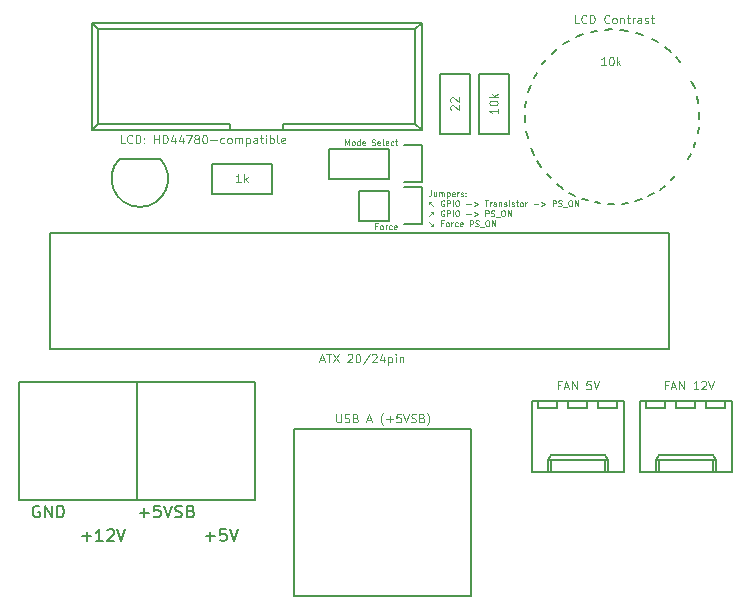
<source format=gbr>
G04 #@! TF.FileFunction,Legend,Top*
%FSLAX46Y46*%
G04 Gerber Fmt 4.6, Leading zero omitted, Abs format (unit mm)*
G04 Created by KiCad (PCBNEW 4.0.5) date 2017 April 15, Saturday 18:49:04*
%MOMM*%
%LPD*%
G01*
G04 APERTURE LIST*
%ADD10C,0.100000*%
%ADD11C,0.200000*%
%ADD12C,0.150000*%
G04 APERTURE END LIST*
D10*
X162837905Y-68798286D02*
X162671239Y-68798286D01*
X162671239Y-69060190D02*
X162671239Y-68560190D01*
X162909334Y-68560190D01*
X163171238Y-69060190D02*
X163123619Y-69036381D01*
X163099810Y-69012571D01*
X163076000Y-68964952D01*
X163076000Y-68822095D01*
X163099810Y-68774476D01*
X163123619Y-68750667D01*
X163171238Y-68726857D01*
X163242667Y-68726857D01*
X163290286Y-68750667D01*
X163314095Y-68774476D01*
X163337905Y-68822095D01*
X163337905Y-68964952D01*
X163314095Y-69012571D01*
X163290286Y-69036381D01*
X163242667Y-69060190D01*
X163171238Y-69060190D01*
X163552191Y-69060190D02*
X163552191Y-68726857D01*
X163552191Y-68822095D02*
X163576000Y-68774476D01*
X163599810Y-68750667D01*
X163647429Y-68726857D01*
X163695048Y-68726857D01*
X164076000Y-69036381D02*
X164028381Y-69060190D01*
X163933143Y-69060190D01*
X163885524Y-69036381D01*
X163861715Y-69012571D01*
X163837905Y-68964952D01*
X163837905Y-68822095D01*
X163861715Y-68774476D01*
X163885524Y-68750667D01*
X163933143Y-68726857D01*
X164028381Y-68726857D01*
X164076000Y-68750667D01*
X164480762Y-69036381D02*
X164433143Y-69060190D01*
X164337905Y-69060190D01*
X164290286Y-69036381D01*
X164266476Y-68988762D01*
X164266476Y-68798286D01*
X164290286Y-68750667D01*
X164337905Y-68726857D01*
X164433143Y-68726857D01*
X164480762Y-68750667D01*
X164504571Y-68798286D01*
X164504571Y-68845905D01*
X164266476Y-68893524D01*
X167393905Y-65761190D02*
X167393905Y-66118333D01*
X167370095Y-66189762D01*
X167322476Y-66237381D01*
X167251048Y-66261190D01*
X167203429Y-66261190D01*
X167846285Y-65927857D02*
X167846285Y-66261190D01*
X167632000Y-65927857D02*
X167632000Y-66189762D01*
X167655809Y-66237381D01*
X167703428Y-66261190D01*
X167774857Y-66261190D01*
X167822476Y-66237381D01*
X167846285Y-66213571D01*
X168084381Y-66261190D02*
X168084381Y-65927857D01*
X168084381Y-65975476D02*
X168108190Y-65951667D01*
X168155809Y-65927857D01*
X168227238Y-65927857D01*
X168274857Y-65951667D01*
X168298666Y-65999286D01*
X168298666Y-66261190D01*
X168298666Y-65999286D02*
X168322476Y-65951667D01*
X168370095Y-65927857D01*
X168441523Y-65927857D01*
X168489143Y-65951667D01*
X168512952Y-65999286D01*
X168512952Y-66261190D01*
X168751048Y-65927857D02*
X168751048Y-66427857D01*
X168751048Y-65951667D02*
X168798667Y-65927857D01*
X168893905Y-65927857D01*
X168941524Y-65951667D01*
X168965333Y-65975476D01*
X168989143Y-66023095D01*
X168989143Y-66165952D01*
X168965333Y-66213571D01*
X168941524Y-66237381D01*
X168893905Y-66261190D01*
X168798667Y-66261190D01*
X168751048Y-66237381D01*
X169393905Y-66237381D02*
X169346286Y-66261190D01*
X169251048Y-66261190D01*
X169203429Y-66237381D01*
X169179619Y-66189762D01*
X169179619Y-65999286D01*
X169203429Y-65951667D01*
X169251048Y-65927857D01*
X169346286Y-65927857D01*
X169393905Y-65951667D01*
X169417714Y-65999286D01*
X169417714Y-66046905D01*
X169179619Y-66094524D01*
X169632000Y-66261190D02*
X169632000Y-65927857D01*
X169632000Y-66023095D02*
X169655809Y-65975476D01*
X169679619Y-65951667D01*
X169727238Y-65927857D01*
X169774857Y-65927857D01*
X169917714Y-66237381D02*
X169965333Y-66261190D01*
X170060571Y-66261190D01*
X170108190Y-66237381D01*
X170132000Y-66189762D01*
X170132000Y-66165952D01*
X170108190Y-66118333D01*
X170060571Y-66094524D01*
X169989143Y-66094524D01*
X169941524Y-66070714D01*
X169917714Y-66023095D01*
X169917714Y-65999286D01*
X169941524Y-65951667D01*
X169989143Y-65927857D01*
X170060571Y-65927857D01*
X170108190Y-65951667D01*
X170346286Y-66213571D02*
X170370095Y-66237381D01*
X170346286Y-66261190D01*
X170322476Y-66237381D01*
X170346286Y-66213571D01*
X170346286Y-66261190D01*
X170346286Y-65951667D02*
X170370095Y-65975476D01*
X170346286Y-65999286D01*
X170322476Y-65975476D01*
X170346286Y-65951667D01*
X170346286Y-65999286D01*
X167274857Y-66754048D02*
X167608190Y-67087381D01*
X167441524Y-66754048D02*
X167274857Y-66754048D01*
X167274857Y-66920714D01*
X168512952Y-66635000D02*
X168465333Y-66611190D01*
X168393905Y-66611190D01*
X168322476Y-66635000D01*
X168274857Y-66682619D01*
X168251048Y-66730238D01*
X168227238Y-66825476D01*
X168227238Y-66896905D01*
X168251048Y-66992143D01*
X168274857Y-67039762D01*
X168322476Y-67087381D01*
X168393905Y-67111190D01*
X168441524Y-67111190D01*
X168512952Y-67087381D01*
X168536762Y-67063571D01*
X168536762Y-66896905D01*
X168441524Y-66896905D01*
X168751048Y-67111190D02*
X168751048Y-66611190D01*
X168941524Y-66611190D01*
X168989143Y-66635000D01*
X169012952Y-66658810D01*
X169036762Y-66706429D01*
X169036762Y-66777857D01*
X169012952Y-66825476D01*
X168989143Y-66849286D01*
X168941524Y-66873095D01*
X168751048Y-66873095D01*
X169251048Y-67111190D02*
X169251048Y-66611190D01*
X169584381Y-66611190D02*
X169679619Y-66611190D01*
X169727238Y-66635000D01*
X169774857Y-66682619D01*
X169798666Y-66777857D01*
X169798666Y-66944524D01*
X169774857Y-67039762D01*
X169727238Y-67087381D01*
X169679619Y-67111190D01*
X169584381Y-67111190D01*
X169536762Y-67087381D01*
X169489143Y-67039762D01*
X169465333Y-66944524D01*
X169465333Y-66777857D01*
X169489143Y-66682619D01*
X169536762Y-66635000D01*
X169584381Y-66611190D01*
X170393905Y-66920714D02*
X170774857Y-66920714D01*
X171012953Y-66777857D02*
X171393905Y-66920714D01*
X171012953Y-67063571D01*
X171941524Y-66611190D02*
X172227238Y-66611190D01*
X172084381Y-67111190D02*
X172084381Y-66611190D01*
X172393905Y-67111190D02*
X172393905Y-66777857D01*
X172393905Y-66873095D02*
X172417714Y-66825476D01*
X172441524Y-66801667D01*
X172489143Y-66777857D01*
X172536762Y-66777857D01*
X172917714Y-67111190D02*
X172917714Y-66849286D01*
X172893905Y-66801667D01*
X172846286Y-66777857D01*
X172751048Y-66777857D01*
X172703429Y-66801667D01*
X172917714Y-67087381D02*
X172870095Y-67111190D01*
X172751048Y-67111190D01*
X172703429Y-67087381D01*
X172679619Y-67039762D01*
X172679619Y-66992143D01*
X172703429Y-66944524D01*
X172751048Y-66920714D01*
X172870095Y-66920714D01*
X172917714Y-66896905D01*
X173155810Y-66777857D02*
X173155810Y-67111190D01*
X173155810Y-66825476D02*
X173179619Y-66801667D01*
X173227238Y-66777857D01*
X173298667Y-66777857D01*
X173346286Y-66801667D01*
X173370095Y-66849286D01*
X173370095Y-67111190D01*
X173584381Y-67087381D02*
X173632000Y-67111190D01*
X173727238Y-67111190D01*
X173774857Y-67087381D01*
X173798667Y-67039762D01*
X173798667Y-67015952D01*
X173774857Y-66968333D01*
X173727238Y-66944524D01*
X173655810Y-66944524D01*
X173608191Y-66920714D01*
X173584381Y-66873095D01*
X173584381Y-66849286D01*
X173608191Y-66801667D01*
X173655810Y-66777857D01*
X173727238Y-66777857D01*
X173774857Y-66801667D01*
X174012953Y-67111190D02*
X174012953Y-66777857D01*
X174012953Y-66611190D02*
X173989143Y-66635000D01*
X174012953Y-66658810D01*
X174036762Y-66635000D01*
X174012953Y-66611190D01*
X174012953Y-66658810D01*
X174227238Y-67087381D02*
X174274857Y-67111190D01*
X174370095Y-67111190D01*
X174417714Y-67087381D01*
X174441524Y-67039762D01*
X174441524Y-67015952D01*
X174417714Y-66968333D01*
X174370095Y-66944524D01*
X174298667Y-66944524D01*
X174251048Y-66920714D01*
X174227238Y-66873095D01*
X174227238Y-66849286D01*
X174251048Y-66801667D01*
X174298667Y-66777857D01*
X174370095Y-66777857D01*
X174417714Y-66801667D01*
X174584381Y-66777857D02*
X174774857Y-66777857D01*
X174655810Y-66611190D02*
X174655810Y-67039762D01*
X174679619Y-67087381D01*
X174727238Y-67111190D01*
X174774857Y-67111190D01*
X175012952Y-67111190D02*
X174965333Y-67087381D01*
X174941524Y-67063571D01*
X174917714Y-67015952D01*
X174917714Y-66873095D01*
X174941524Y-66825476D01*
X174965333Y-66801667D01*
X175012952Y-66777857D01*
X175084381Y-66777857D01*
X175132000Y-66801667D01*
X175155809Y-66825476D01*
X175179619Y-66873095D01*
X175179619Y-67015952D01*
X175155809Y-67063571D01*
X175132000Y-67087381D01*
X175084381Y-67111190D01*
X175012952Y-67111190D01*
X175393905Y-67111190D02*
X175393905Y-66777857D01*
X175393905Y-66873095D02*
X175417714Y-66825476D01*
X175441524Y-66801667D01*
X175489143Y-66777857D01*
X175536762Y-66777857D01*
X176084381Y-66920714D02*
X176465333Y-66920714D01*
X176703429Y-66777857D02*
X177084381Y-66920714D01*
X176703429Y-67063571D01*
X177703429Y-67111190D02*
X177703429Y-66611190D01*
X177893905Y-66611190D01*
X177941524Y-66635000D01*
X177965333Y-66658810D01*
X177989143Y-66706429D01*
X177989143Y-66777857D01*
X177965333Y-66825476D01*
X177941524Y-66849286D01*
X177893905Y-66873095D01*
X177703429Y-66873095D01*
X178179619Y-67087381D02*
X178251048Y-67111190D01*
X178370095Y-67111190D01*
X178417714Y-67087381D01*
X178441524Y-67063571D01*
X178465333Y-67015952D01*
X178465333Y-66968333D01*
X178441524Y-66920714D01*
X178417714Y-66896905D01*
X178370095Y-66873095D01*
X178274857Y-66849286D01*
X178227238Y-66825476D01*
X178203429Y-66801667D01*
X178179619Y-66754048D01*
X178179619Y-66706429D01*
X178203429Y-66658810D01*
X178227238Y-66635000D01*
X178274857Y-66611190D01*
X178393905Y-66611190D01*
X178465333Y-66635000D01*
X178560571Y-67158810D02*
X178941523Y-67158810D01*
X179155809Y-66611190D02*
X179251047Y-66611190D01*
X179298666Y-66635000D01*
X179346285Y-66682619D01*
X179370094Y-66777857D01*
X179370094Y-66944524D01*
X179346285Y-67039762D01*
X179298666Y-67087381D01*
X179251047Y-67111190D01*
X179155809Y-67111190D01*
X179108190Y-67087381D01*
X179060571Y-67039762D01*
X179036761Y-66944524D01*
X179036761Y-66777857D01*
X179060571Y-66682619D01*
X179108190Y-66635000D01*
X179155809Y-66611190D01*
X179584381Y-67111190D02*
X179584381Y-66611190D01*
X179870095Y-67111190D01*
X179870095Y-66611190D01*
X167608190Y-67604048D02*
X167274857Y-67937381D01*
X167441524Y-67604048D02*
X167608190Y-67604048D01*
X167608190Y-67770714D01*
X168512952Y-67485000D02*
X168465333Y-67461190D01*
X168393905Y-67461190D01*
X168322476Y-67485000D01*
X168274857Y-67532619D01*
X168251048Y-67580238D01*
X168227238Y-67675476D01*
X168227238Y-67746905D01*
X168251048Y-67842143D01*
X168274857Y-67889762D01*
X168322476Y-67937381D01*
X168393905Y-67961190D01*
X168441524Y-67961190D01*
X168512952Y-67937381D01*
X168536762Y-67913571D01*
X168536762Y-67746905D01*
X168441524Y-67746905D01*
X168751048Y-67961190D02*
X168751048Y-67461190D01*
X168941524Y-67461190D01*
X168989143Y-67485000D01*
X169012952Y-67508810D01*
X169036762Y-67556429D01*
X169036762Y-67627857D01*
X169012952Y-67675476D01*
X168989143Y-67699286D01*
X168941524Y-67723095D01*
X168751048Y-67723095D01*
X169251048Y-67961190D02*
X169251048Y-67461190D01*
X169584381Y-67461190D02*
X169679619Y-67461190D01*
X169727238Y-67485000D01*
X169774857Y-67532619D01*
X169798666Y-67627857D01*
X169798666Y-67794524D01*
X169774857Y-67889762D01*
X169727238Y-67937381D01*
X169679619Y-67961190D01*
X169584381Y-67961190D01*
X169536762Y-67937381D01*
X169489143Y-67889762D01*
X169465333Y-67794524D01*
X169465333Y-67627857D01*
X169489143Y-67532619D01*
X169536762Y-67485000D01*
X169584381Y-67461190D01*
X170393905Y-67770714D02*
X170774857Y-67770714D01*
X171012953Y-67627857D02*
X171393905Y-67770714D01*
X171012953Y-67913571D01*
X172012953Y-67961190D02*
X172012953Y-67461190D01*
X172203429Y-67461190D01*
X172251048Y-67485000D01*
X172274857Y-67508810D01*
X172298667Y-67556429D01*
X172298667Y-67627857D01*
X172274857Y-67675476D01*
X172251048Y-67699286D01*
X172203429Y-67723095D01*
X172012953Y-67723095D01*
X172489143Y-67937381D02*
X172560572Y-67961190D01*
X172679619Y-67961190D01*
X172727238Y-67937381D01*
X172751048Y-67913571D01*
X172774857Y-67865952D01*
X172774857Y-67818333D01*
X172751048Y-67770714D01*
X172727238Y-67746905D01*
X172679619Y-67723095D01*
X172584381Y-67699286D01*
X172536762Y-67675476D01*
X172512953Y-67651667D01*
X172489143Y-67604048D01*
X172489143Y-67556429D01*
X172512953Y-67508810D01*
X172536762Y-67485000D01*
X172584381Y-67461190D01*
X172703429Y-67461190D01*
X172774857Y-67485000D01*
X172870095Y-68008810D02*
X173251047Y-68008810D01*
X173465333Y-67461190D02*
X173560571Y-67461190D01*
X173608190Y-67485000D01*
X173655809Y-67532619D01*
X173679618Y-67627857D01*
X173679618Y-67794524D01*
X173655809Y-67889762D01*
X173608190Y-67937381D01*
X173560571Y-67961190D01*
X173465333Y-67961190D01*
X173417714Y-67937381D01*
X173370095Y-67889762D01*
X173346285Y-67794524D01*
X173346285Y-67627857D01*
X173370095Y-67532619D01*
X173417714Y-67485000D01*
X173465333Y-67461190D01*
X173893905Y-67961190D02*
X173893905Y-67461190D01*
X174179619Y-67961190D01*
X174179619Y-67461190D01*
X167608190Y-68787381D02*
X167274857Y-68454048D01*
X167441524Y-68787381D02*
X167608190Y-68787381D01*
X167608190Y-68620714D01*
X168417714Y-68549286D02*
X168251048Y-68549286D01*
X168251048Y-68811190D02*
X168251048Y-68311190D01*
X168489143Y-68311190D01*
X168751047Y-68811190D02*
X168703428Y-68787381D01*
X168679619Y-68763571D01*
X168655809Y-68715952D01*
X168655809Y-68573095D01*
X168679619Y-68525476D01*
X168703428Y-68501667D01*
X168751047Y-68477857D01*
X168822476Y-68477857D01*
X168870095Y-68501667D01*
X168893904Y-68525476D01*
X168917714Y-68573095D01*
X168917714Y-68715952D01*
X168893904Y-68763571D01*
X168870095Y-68787381D01*
X168822476Y-68811190D01*
X168751047Y-68811190D01*
X169132000Y-68811190D02*
X169132000Y-68477857D01*
X169132000Y-68573095D02*
X169155809Y-68525476D01*
X169179619Y-68501667D01*
X169227238Y-68477857D01*
X169274857Y-68477857D01*
X169655809Y-68787381D02*
X169608190Y-68811190D01*
X169512952Y-68811190D01*
X169465333Y-68787381D01*
X169441524Y-68763571D01*
X169417714Y-68715952D01*
X169417714Y-68573095D01*
X169441524Y-68525476D01*
X169465333Y-68501667D01*
X169512952Y-68477857D01*
X169608190Y-68477857D01*
X169655809Y-68501667D01*
X170060571Y-68787381D02*
X170012952Y-68811190D01*
X169917714Y-68811190D01*
X169870095Y-68787381D01*
X169846285Y-68739762D01*
X169846285Y-68549286D01*
X169870095Y-68501667D01*
X169917714Y-68477857D01*
X170012952Y-68477857D01*
X170060571Y-68501667D01*
X170084380Y-68549286D01*
X170084380Y-68596905D01*
X169846285Y-68644524D01*
X170679618Y-68811190D02*
X170679618Y-68311190D01*
X170870094Y-68311190D01*
X170917713Y-68335000D01*
X170941522Y-68358810D01*
X170965332Y-68406429D01*
X170965332Y-68477857D01*
X170941522Y-68525476D01*
X170917713Y-68549286D01*
X170870094Y-68573095D01*
X170679618Y-68573095D01*
X171155808Y-68787381D02*
X171227237Y-68811190D01*
X171346284Y-68811190D01*
X171393903Y-68787381D01*
X171417713Y-68763571D01*
X171441522Y-68715952D01*
X171441522Y-68668333D01*
X171417713Y-68620714D01*
X171393903Y-68596905D01*
X171346284Y-68573095D01*
X171251046Y-68549286D01*
X171203427Y-68525476D01*
X171179618Y-68501667D01*
X171155808Y-68454048D01*
X171155808Y-68406429D01*
X171179618Y-68358810D01*
X171203427Y-68335000D01*
X171251046Y-68311190D01*
X171370094Y-68311190D01*
X171441522Y-68335000D01*
X171536760Y-68858810D02*
X171917712Y-68858810D01*
X172131998Y-68311190D02*
X172227236Y-68311190D01*
X172274855Y-68335000D01*
X172322474Y-68382619D01*
X172346283Y-68477857D01*
X172346283Y-68644524D01*
X172322474Y-68739762D01*
X172274855Y-68787381D01*
X172227236Y-68811190D01*
X172131998Y-68811190D01*
X172084379Y-68787381D01*
X172036760Y-68739762D01*
X172012950Y-68644524D01*
X172012950Y-68477857D01*
X172036760Y-68382619D01*
X172084379Y-68335000D01*
X172131998Y-68311190D01*
X172560570Y-68811190D02*
X172560570Y-68311190D01*
X172846284Y-68811190D01*
X172846284Y-68311190D01*
X160127430Y-61948190D02*
X160127430Y-61448190D01*
X160294096Y-61805333D01*
X160460763Y-61448190D01*
X160460763Y-61948190D01*
X160770287Y-61948190D02*
X160722668Y-61924381D01*
X160698859Y-61900571D01*
X160675049Y-61852952D01*
X160675049Y-61710095D01*
X160698859Y-61662476D01*
X160722668Y-61638667D01*
X160770287Y-61614857D01*
X160841716Y-61614857D01*
X160889335Y-61638667D01*
X160913144Y-61662476D01*
X160936954Y-61710095D01*
X160936954Y-61852952D01*
X160913144Y-61900571D01*
X160889335Y-61924381D01*
X160841716Y-61948190D01*
X160770287Y-61948190D01*
X161365525Y-61948190D02*
X161365525Y-61448190D01*
X161365525Y-61924381D02*
X161317906Y-61948190D01*
X161222668Y-61948190D01*
X161175049Y-61924381D01*
X161151240Y-61900571D01*
X161127430Y-61852952D01*
X161127430Y-61710095D01*
X161151240Y-61662476D01*
X161175049Y-61638667D01*
X161222668Y-61614857D01*
X161317906Y-61614857D01*
X161365525Y-61638667D01*
X161794097Y-61924381D02*
X161746478Y-61948190D01*
X161651240Y-61948190D01*
X161603621Y-61924381D01*
X161579811Y-61876762D01*
X161579811Y-61686286D01*
X161603621Y-61638667D01*
X161651240Y-61614857D01*
X161746478Y-61614857D01*
X161794097Y-61638667D01*
X161817906Y-61686286D01*
X161817906Y-61733905D01*
X161579811Y-61781524D01*
X162389334Y-61924381D02*
X162460763Y-61948190D01*
X162579810Y-61948190D01*
X162627429Y-61924381D01*
X162651239Y-61900571D01*
X162675048Y-61852952D01*
X162675048Y-61805333D01*
X162651239Y-61757714D01*
X162627429Y-61733905D01*
X162579810Y-61710095D01*
X162484572Y-61686286D01*
X162436953Y-61662476D01*
X162413144Y-61638667D01*
X162389334Y-61591048D01*
X162389334Y-61543429D01*
X162413144Y-61495810D01*
X162436953Y-61472000D01*
X162484572Y-61448190D01*
X162603620Y-61448190D01*
X162675048Y-61472000D01*
X163079810Y-61924381D02*
X163032191Y-61948190D01*
X162936953Y-61948190D01*
X162889334Y-61924381D01*
X162865524Y-61876762D01*
X162865524Y-61686286D01*
X162889334Y-61638667D01*
X162936953Y-61614857D01*
X163032191Y-61614857D01*
X163079810Y-61638667D01*
X163103619Y-61686286D01*
X163103619Y-61733905D01*
X162865524Y-61781524D01*
X163389333Y-61948190D02*
X163341714Y-61924381D01*
X163317905Y-61876762D01*
X163317905Y-61448190D01*
X163770286Y-61924381D02*
X163722667Y-61948190D01*
X163627429Y-61948190D01*
X163579810Y-61924381D01*
X163556000Y-61876762D01*
X163556000Y-61686286D01*
X163579810Y-61638667D01*
X163627429Y-61614857D01*
X163722667Y-61614857D01*
X163770286Y-61638667D01*
X163794095Y-61686286D01*
X163794095Y-61733905D01*
X163556000Y-61781524D01*
X164222666Y-61924381D02*
X164175047Y-61948190D01*
X164079809Y-61948190D01*
X164032190Y-61924381D01*
X164008381Y-61900571D01*
X163984571Y-61852952D01*
X163984571Y-61710095D01*
X164008381Y-61662476D01*
X164032190Y-61638667D01*
X164079809Y-61614857D01*
X164175047Y-61614857D01*
X164222666Y-61638667D01*
X164365523Y-61614857D02*
X164555999Y-61614857D01*
X164436952Y-61448190D02*
X164436952Y-61876762D01*
X164460761Y-61924381D01*
X164508380Y-61948190D01*
X164555999Y-61948190D01*
X179930001Y-51624667D02*
X179596668Y-51624667D01*
X179596668Y-50924667D01*
X180563335Y-51558000D02*
X180530001Y-51591333D01*
X180430001Y-51624667D01*
X180363335Y-51624667D01*
X180263335Y-51591333D01*
X180196668Y-51524667D01*
X180163335Y-51458000D01*
X180130001Y-51324667D01*
X180130001Y-51224667D01*
X180163335Y-51091333D01*
X180196668Y-51024667D01*
X180263335Y-50958000D01*
X180363335Y-50924667D01*
X180430001Y-50924667D01*
X180530001Y-50958000D01*
X180563335Y-50991333D01*
X180863335Y-51624667D02*
X180863335Y-50924667D01*
X181030001Y-50924667D01*
X181130001Y-50958000D01*
X181196668Y-51024667D01*
X181230001Y-51091333D01*
X181263335Y-51224667D01*
X181263335Y-51324667D01*
X181230001Y-51458000D01*
X181196668Y-51524667D01*
X181130001Y-51591333D01*
X181030001Y-51624667D01*
X180863335Y-51624667D01*
X182496668Y-51558000D02*
X182463334Y-51591333D01*
X182363334Y-51624667D01*
X182296668Y-51624667D01*
X182196668Y-51591333D01*
X182130001Y-51524667D01*
X182096668Y-51458000D01*
X182063334Y-51324667D01*
X182063334Y-51224667D01*
X182096668Y-51091333D01*
X182130001Y-51024667D01*
X182196668Y-50958000D01*
X182296668Y-50924667D01*
X182363334Y-50924667D01*
X182463334Y-50958000D01*
X182496668Y-50991333D01*
X182896668Y-51624667D02*
X182830001Y-51591333D01*
X182796668Y-51558000D01*
X182763334Y-51491333D01*
X182763334Y-51291333D01*
X182796668Y-51224667D01*
X182830001Y-51191333D01*
X182896668Y-51158000D01*
X182996668Y-51158000D01*
X183063334Y-51191333D01*
X183096668Y-51224667D01*
X183130001Y-51291333D01*
X183130001Y-51491333D01*
X183096668Y-51558000D01*
X183063334Y-51591333D01*
X182996668Y-51624667D01*
X182896668Y-51624667D01*
X183430001Y-51158000D02*
X183430001Y-51624667D01*
X183430001Y-51224667D02*
X183463334Y-51191333D01*
X183530001Y-51158000D01*
X183630001Y-51158000D01*
X183696667Y-51191333D01*
X183730001Y-51258000D01*
X183730001Y-51624667D01*
X183963334Y-51158000D02*
X184230000Y-51158000D01*
X184063334Y-50924667D02*
X184063334Y-51524667D01*
X184096667Y-51591333D01*
X184163334Y-51624667D01*
X184230000Y-51624667D01*
X184463334Y-51624667D02*
X184463334Y-51158000D01*
X184463334Y-51291333D02*
X184496667Y-51224667D01*
X184530000Y-51191333D01*
X184596667Y-51158000D01*
X184663334Y-51158000D01*
X185196667Y-51624667D02*
X185196667Y-51258000D01*
X185163333Y-51191333D01*
X185096667Y-51158000D01*
X184963333Y-51158000D01*
X184896667Y-51191333D01*
X185196667Y-51591333D02*
X185130000Y-51624667D01*
X184963333Y-51624667D01*
X184896667Y-51591333D01*
X184863333Y-51524667D01*
X184863333Y-51458000D01*
X184896667Y-51391333D01*
X184963333Y-51358000D01*
X185130000Y-51358000D01*
X185196667Y-51324667D01*
X185496666Y-51591333D02*
X185563333Y-51624667D01*
X185696666Y-51624667D01*
X185763333Y-51591333D01*
X185796666Y-51524667D01*
X185796666Y-51491333D01*
X185763333Y-51424667D01*
X185696666Y-51391333D01*
X185596666Y-51391333D01*
X185530000Y-51358000D01*
X185496666Y-51291333D01*
X185496666Y-51258000D01*
X185530000Y-51191333D01*
X185596666Y-51158000D01*
X185696666Y-51158000D01*
X185763333Y-51191333D01*
X185996667Y-51158000D02*
X186263333Y-51158000D01*
X186096667Y-50924667D02*
X186096667Y-51524667D01*
X186130000Y-51591333D01*
X186196667Y-51624667D01*
X186263333Y-51624667D01*
X159388667Y-84706667D02*
X159388667Y-85273333D01*
X159422000Y-85340000D01*
X159455333Y-85373333D01*
X159522000Y-85406667D01*
X159655333Y-85406667D01*
X159722000Y-85373333D01*
X159755333Y-85340000D01*
X159788667Y-85273333D01*
X159788667Y-84706667D01*
X160088666Y-85373333D02*
X160188666Y-85406667D01*
X160355333Y-85406667D01*
X160422000Y-85373333D01*
X160455333Y-85340000D01*
X160488666Y-85273333D01*
X160488666Y-85206667D01*
X160455333Y-85140000D01*
X160422000Y-85106667D01*
X160355333Y-85073333D01*
X160222000Y-85040000D01*
X160155333Y-85006667D01*
X160122000Y-84973333D01*
X160088666Y-84906667D01*
X160088666Y-84840000D01*
X160122000Y-84773333D01*
X160155333Y-84740000D01*
X160222000Y-84706667D01*
X160388666Y-84706667D01*
X160488666Y-84740000D01*
X161022000Y-85040000D02*
X161122000Y-85073333D01*
X161155333Y-85106667D01*
X161188667Y-85173333D01*
X161188667Y-85273333D01*
X161155333Y-85340000D01*
X161122000Y-85373333D01*
X161055333Y-85406667D01*
X160788667Y-85406667D01*
X160788667Y-84706667D01*
X161022000Y-84706667D01*
X161088667Y-84740000D01*
X161122000Y-84773333D01*
X161155333Y-84840000D01*
X161155333Y-84906667D01*
X161122000Y-84973333D01*
X161088667Y-85006667D01*
X161022000Y-85040000D01*
X160788667Y-85040000D01*
X161988666Y-85206667D02*
X162322000Y-85206667D01*
X161922000Y-85406667D02*
X162155333Y-84706667D01*
X162388666Y-85406667D01*
X163355333Y-85673333D02*
X163321999Y-85640000D01*
X163255333Y-85540000D01*
X163221999Y-85473333D01*
X163188666Y-85373333D01*
X163155333Y-85206667D01*
X163155333Y-85073333D01*
X163188666Y-84906667D01*
X163221999Y-84806667D01*
X163255333Y-84740000D01*
X163321999Y-84640000D01*
X163355333Y-84606667D01*
X163622000Y-85140000D02*
X164155333Y-85140000D01*
X163888666Y-85406667D02*
X163888666Y-84873333D01*
X164822000Y-84706667D02*
X164488667Y-84706667D01*
X164455333Y-85040000D01*
X164488667Y-85006667D01*
X164555333Y-84973333D01*
X164722000Y-84973333D01*
X164788667Y-85006667D01*
X164822000Y-85040000D01*
X164855333Y-85106667D01*
X164855333Y-85273333D01*
X164822000Y-85340000D01*
X164788667Y-85373333D01*
X164722000Y-85406667D01*
X164555333Y-85406667D01*
X164488667Y-85373333D01*
X164455333Y-85340000D01*
X165055334Y-84706667D02*
X165288667Y-85406667D01*
X165522000Y-84706667D01*
X165722000Y-85373333D02*
X165822000Y-85406667D01*
X165988667Y-85406667D01*
X166055334Y-85373333D01*
X166088667Y-85340000D01*
X166122000Y-85273333D01*
X166122000Y-85206667D01*
X166088667Y-85140000D01*
X166055334Y-85106667D01*
X165988667Y-85073333D01*
X165855334Y-85040000D01*
X165788667Y-85006667D01*
X165755334Y-84973333D01*
X165722000Y-84906667D01*
X165722000Y-84840000D01*
X165755334Y-84773333D01*
X165788667Y-84740000D01*
X165855334Y-84706667D01*
X166022000Y-84706667D01*
X166122000Y-84740000D01*
X166655334Y-85040000D02*
X166755334Y-85073333D01*
X166788667Y-85106667D01*
X166822001Y-85173333D01*
X166822001Y-85273333D01*
X166788667Y-85340000D01*
X166755334Y-85373333D01*
X166688667Y-85406667D01*
X166422001Y-85406667D01*
X166422001Y-84706667D01*
X166655334Y-84706667D01*
X166722001Y-84740000D01*
X166755334Y-84773333D01*
X166788667Y-84840000D01*
X166788667Y-84906667D01*
X166755334Y-84973333D01*
X166722001Y-85006667D01*
X166655334Y-85040000D01*
X166422001Y-85040000D01*
X167055334Y-85673333D02*
X167088667Y-85640000D01*
X167155334Y-85540000D01*
X167188667Y-85473333D01*
X167222001Y-85373333D01*
X167255334Y-85206667D01*
X167255334Y-85073333D01*
X167222001Y-84906667D01*
X167188667Y-84806667D01*
X167155334Y-84740000D01*
X167088667Y-84640000D01*
X167055334Y-84606667D01*
X158010667Y-80126667D02*
X158344001Y-80126667D01*
X157944001Y-80326667D02*
X158177334Y-79626667D01*
X158410667Y-80326667D01*
X158544001Y-79626667D02*
X158944001Y-79626667D01*
X158744001Y-80326667D02*
X158744001Y-79626667D01*
X159110667Y-79626667D02*
X159577334Y-80326667D01*
X159577334Y-79626667D02*
X159110667Y-80326667D01*
X160344000Y-79693333D02*
X160377334Y-79660000D01*
X160444000Y-79626667D01*
X160610667Y-79626667D01*
X160677334Y-79660000D01*
X160710667Y-79693333D01*
X160744000Y-79760000D01*
X160744000Y-79826667D01*
X160710667Y-79926667D01*
X160310667Y-80326667D01*
X160744000Y-80326667D01*
X161177334Y-79626667D02*
X161244001Y-79626667D01*
X161310667Y-79660000D01*
X161344001Y-79693333D01*
X161377334Y-79760000D01*
X161410667Y-79893333D01*
X161410667Y-80060000D01*
X161377334Y-80193333D01*
X161344001Y-80260000D01*
X161310667Y-80293333D01*
X161244001Y-80326667D01*
X161177334Y-80326667D01*
X161110667Y-80293333D01*
X161077334Y-80260000D01*
X161044001Y-80193333D01*
X161010667Y-80060000D01*
X161010667Y-79893333D01*
X161044001Y-79760000D01*
X161077334Y-79693333D01*
X161110667Y-79660000D01*
X161177334Y-79626667D01*
X162210668Y-79593333D02*
X161610668Y-80493333D01*
X162410667Y-79693333D02*
X162444001Y-79660000D01*
X162510667Y-79626667D01*
X162677334Y-79626667D01*
X162744001Y-79660000D01*
X162777334Y-79693333D01*
X162810667Y-79760000D01*
X162810667Y-79826667D01*
X162777334Y-79926667D01*
X162377334Y-80326667D01*
X162810667Y-80326667D01*
X163410668Y-79860000D02*
X163410668Y-80326667D01*
X163244001Y-79593333D02*
X163077334Y-80093333D01*
X163510668Y-80093333D01*
X163777335Y-79860000D02*
X163777335Y-80560000D01*
X163777335Y-79893333D02*
X163844001Y-79860000D01*
X163977335Y-79860000D01*
X164044001Y-79893333D01*
X164077335Y-79926667D01*
X164110668Y-79993333D01*
X164110668Y-80193333D01*
X164077335Y-80260000D01*
X164044001Y-80293333D01*
X163977335Y-80326667D01*
X163844001Y-80326667D01*
X163777335Y-80293333D01*
X164410668Y-80326667D02*
X164410668Y-79860000D01*
X164410668Y-79626667D02*
X164377334Y-79660000D01*
X164410668Y-79693333D01*
X164444001Y-79660000D01*
X164410668Y-79626667D01*
X164410668Y-79693333D01*
X164744001Y-79860000D02*
X164744001Y-80326667D01*
X164744001Y-79926667D02*
X164777334Y-79893333D01*
X164844001Y-79860000D01*
X164944001Y-79860000D01*
X165010667Y-79893333D01*
X165044001Y-79960000D01*
X165044001Y-80326667D01*
X141465334Y-61784667D02*
X141132001Y-61784667D01*
X141132001Y-61084667D01*
X142098668Y-61718000D02*
X142065334Y-61751333D01*
X141965334Y-61784667D01*
X141898668Y-61784667D01*
X141798668Y-61751333D01*
X141732001Y-61684667D01*
X141698668Y-61618000D01*
X141665334Y-61484667D01*
X141665334Y-61384667D01*
X141698668Y-61251333D01*
X141732001Y-61184667D01*
X141798668Y-61118000D01*
X141898668Y-61084667D01*
X141965334Y-61084667D01*
X142065334Y-61118000D01*
X142098668Y-61151333D01*
X142398668Y-61784667D02*
X142398668Y-61084667D01*
X142565334Y-61084667D01*
X142665334Y-61118000D01*
X142732001Y-61184667D01*
X142765334Y-61251333D01*
X142798668Y-61384667D01*
X142798668Y-61484667D01*
X142765334Y-61618000D01*
X142732001Y-61684667D01*
X142665334Y-61751333D01*
X142565334Y-61784667D01*
X142398668Y-61784667D01*
X143098668Y-61718000D02*
X143132001Y-61751333D01*
X143098668Y-61784667D01*
X143065334Y-61751333D01*
X143098668Y-61718000D01*
X143098668Y-61784667D01*
X143098668Y-61351333D02*
X143132001Y-61384667D01*
X143098668Y-61418000D01*
X143065334Y-61384667D01*
X143098668Y-61351333D01*
X143098668Y-61418000D01*
X143965334Y-61784667D02*
X143965334Y-61084667D01*
X143965334Y-61418000D02*
X144365334Y-61418000D01*
X144365334Y-61784667D02*
X144365334Y-61084667D01*
X144698667Y-61784667D02*
X144698667Y-61084667D01*
X144865333Y-61084667D01*
X144965333Y-61118000D01*
X145032000Y-61184667D01*
X145065333Y-61251333D01*
X145098667Y-61384667D01*
X145098667Y-61484667D01*
X145065333Y-61618000D01*
X145032000Y-61684667D01*
X144965333Y-61751333D01*
X144865333Y-61784667D01*
X144698667Y-61784667D01*
X145698667Y-61318000D02*
X145698667Y-61784667D01*
X145532000Y-61051333D02*
X145365333Y-61551333D01*
X145798667Y-61551333D01*
X146365334Y-61318000D02*
X146365334Y-61784667D01*
X146198667Y-61051333D02*
X146032000Y-61551333D01*
X146465334Y-61551333D01*
X146665334Y-61084667D02*
X147132001Y-61084667D01*
X146832001Y-61784667D01*
X147498668Y-61384667D02*
X147432001Y-61351333D01*
X147398668Y-61318000D01*
X147365334Y-61251333D01*
X147365334Y-61218000D01*
X147398668Y-61151333D01*
X147432001Y-61118000D01*
X147498668Y-61084667D01*
X147632001Y-61084667D01*
X147698668Y-61118000D01*
X147732001Y-61151333D01*
X147765334Y-61218000D01*
X147765334Y-61251333D01*
X147732001Y-61318000D01*
X147698668Y-61351333D01*
X147632001Y-61384667D01*
X147498668Y-61384667D01*
X147432001Y-61418000D01*
X147398668Y-61451333D01*
X147365334Y-61518000D01*
X147365334Y-61651333D01*
X147398668Y-61718000D01*
X147432001Y-61751333D01*
X147498668Y-61784667D01*
X147632001Y-61784667D01*
X147698668Y-61751333D01*
X147732001Y-61718000D01*
X147765334Y-61651333D01*
X147765334Y-61518000D01*
X147732001Y-61451333D01*
X147698668Y-61418000D01*
X147632001Y-61384667D01*
X148198668Y-61084667D02*
X148265335Y-61084667D01*
X148332001Y-61118000D01*
X148365335Y-61151333D01*
X148398668Y-61218000D01*
X148432001Y-61351333D01*
X148432001Y-61518000D01*
X148398668Y-61651333D01*
X148365335Y-61718000D01*
X148332001Y-61751333D01*
X148265335Y-61784667D01*
X148198668Y-61784667D01*
X148132001Y-61751333D01*
X148098668Y-61718000D01*
X148065335Y-61651333D01*
X148032001Y-61518000D01*
X148032001Y-61351333D01*
X148065335Y-61218000D01*
X148098668Y-61151333D01*
X148132001Y-61118000D01*
X148198668Y-61084667D01*
X148732002Y-61518000D02*
X149265335Y-61518000D01*
X149898669Y-61751333D02*
X149832002Y-61784667D01*
X149698669Y-61784667D01*
X149632002Y-61751333D01*
X149598669Y-61718000D01*
X149565335Y-61651333D01*
X149565335Y-61451333D01*
X149598669Y-61384667D01*
X149632002Y-61351333D01*
X149698669Y-61318000D01*
X149832002Y-61318000D01*
X149898669Y-61351333D01*
X150298669Y-61784667D02*
X150232002Y-61751333D01*
X150198669Y-61718000D01*
X150165335Y-61651333D01*
X150165335Y-61451333D01*
X150198669Y-61384667D01*
X150232002Y-61351333D01*
X150298669Y-61318000D01*
X150398669Y-61318000D01*
X150465335Y-61351333D01*
X150498669Y-61384667D01*
X150532002Y-61451333D01*
X150532002Y-61651333D01*
X150498669Y-61718000D01*
X150465335Y-61751333D01*
X150398669Y-61784667D01*
X150298669Y-61784667D01*
X150832002Y-61784667D02*
X150832002Y-61318000D01*
X150832002Y-61384667D02*
X150865335Y-61351333D01*
X150932002Y-61318000D01*
X151032002Y-61318000D01*
X151098668Y-61351333D01*
X151132002Y-61418000D01*
X151132002Y-61784667D01*
X151132002Y-61418000D02*
X151165335Y-61351333D01*
X151232002Y-61318000D01*
X151332002Y-61318000D01*
X151398668Y-61351333D01*
X151432002Y-61418000D01*
X151432002Y-61784667D01*
X151765335Y-61318000D02*
X151765335Y-62018000D01*
X151765335Y-61351333D02*
X151832001Y-61318000D01*
X151965335Y-61318000D01*
X152032001Y-61351333D01*
X152065335Y-61384667D01*
X152098668Y-61451333D01*
X152098668Y-61651333D01*
X152065335Y-61718000D01*
X152032001Y-61751333D01*
X151965335Y-61784667D01*
X151832001Y-61784667D01*
X151765335Y-61751333D01*
X152698668Y-61784667D02*
X152698668Y-61418000D01*
X152665334Y-61351333D01*
X152598668Y-61318000D01*
X152465334Y-61318000D01*
X152398668Y-61351333D01*
X152698668Y-61751333D02*
X152632001Y-61784667D01*
X152465334Y-61784667D01*
X152398668Y-61751333D01*
X152365334Y-61684667D01*
X152365334Y-61618000D01*
X152398668Y-61551333D01*
X152465334Y-61518000D01*
X152632001Y-61518000D01*
X152698668Y-61484667D01*
X152932001Y-61318000D02*
X153198667Y-61318000D01*
X153032001Y-61084667D02*
X153032001Y-61684667D01*
X153065334Y-61751333D01*
X153132001Y-61784667D01*
X153198667Y-61784667D01*
X153432001Y-61784667D02*
X153432001Y-61318000D01*
X153432001Y-61084667D02*
X153398667Y-61118000D01*
X153432001Y-61151333D01*
X153465334Y-61118000D01*
X153432001Y-61084667D01*
X153432001Y-61151333D01*
X153765334Y-61784667D02*
X153765334Y-61084667D01*
X153765334Y-61351333D02*
X153832000Y-61318000D01*
X153965334Y-61318000D01*
X154032000Y-61351333D01*
X154065334Y-61384667D01*
X154098667Y-61451333D01*
X154098667Y-61651333D01*
X154065334Y-61718000D01*
X154032000Y-61751333D01*
X153965334Y-61784667D01*
X153832000Y-61784667D01*
X153765334Y-61751333D01*
X154498667Y-61784667D02*
X154432000Y-61751333D01*
X154398667Y-61684667D01*
X154398667Y-61084667D01*
X155032000Y-61751333D02*
X154965334Y-61784667D01*
X154832000Y-61784667D01*
X154765334Y-61751333D01*
X154732000Y-61684667D01*
X154732000Y-61418000D01*
X154765334Y-61351333D01*
X154832000Y-61318000D01*
X154965334Y-61318000D01*
X155032000Y-61351333D01*
X155065334Y-61418000D01*
X155065334Y-61484667D01*
X154732000Y-61551333D01*
X182209333Y-55180667D02*
X181809333Y-55180667D01*
X182009333Y-55180667D02*
X182009333Y-54480667D01*
X181942667Y-54580667D01*
X181876000Y-54647333D01*
X181809333Y-54680667D01*
X182642667Y-54480667D02*
X182709334Y-54480667D01*
X182776000Y-54514000D01*
X182809334Y-54547333D01*
X182842667Y-54614000D01*
X182876000Y-54747333D01*
X182876000Y-54914000D01*
X182842667Y-55047333D01*
X182809334Y-55114000D01*
X182776000Y-55147333D01*
X182709334Y-55180667D01*
X182642667Y-55180667D01*
X182576000Y-55147333D01*
X182542667Y-55114000D01*
X182509334Y-55047333D01*
X182476000Y-54914000D01*
X182476000Y-54747333D01*
X182509334Y-54614000D01*
X182542667Y-54547333D01*
X182576000Y-54514000D01*
X182642667Y-54480667D01*
X183176001Y-55180667D02*
X183176001Y-54480667D01*
X183242667Y-54914000D02*
X183442667Y-55180667D01*
X183442667Y-54714000D02*
X183176001Y-54980667D01*
X173036667Y-58836667D02*
X173036667Y-59236667D01*
X173036667Y-59036667D02*
X172336667Y-59036667D01*
X172436667Y-59103333D01*
X172503333Y-59170000D01*
X172536667Y-59236667D01*
X172336667Y-58403333D02*
X172336667Y-58336666D01*
X172370000Y-58270000D01*
X172403333Y-58236666D01*
X172470000Y-58203333D01*
X172603333Y-58170000D01*
X172770000Y-58170000D01*
X172903333Y-58203333D01*
X172970000Y-58236666D01*
X173003333Y-58270000D01*
X173036667Y-58336666D01*
X173036667Y-58403333D01*
X173003333Y-58470000D01*
X172970000Y-58503333D01*
X172903333Y-58536666D01*
X172770000Y-58570000D01*
X172603333Y-58570000D01*
X172470000Y-58536666D01*
X172403333Y-58503333D01*
X172370000Y-58470000D01*
X172336667Y-58403333D01*
X173036667Y-57869999D02*
X172336667Y-57869999D01*
X172770000Y-57803333D02*
X173036667Y-57603333D01*
X172570000Y-57603333D02*
X172836667Y-57869999D01*
X169101333Y-58953334D02*
X169068000Y-58920000D01*
X169034667Y-58853334D01*
X169034667Y-58686667D01*
X169068000Y-58620000D01*
X169101333Y-58586667D01*
X169168000Y-58553334D01*
X169234667Y-58553334D01*
X169334667Y-58586667D01*
X169734667Y-58986667D01*
X169734667Y-58553334D01*
X169101333Y-58286667D02*
X169068000Y-58253333D01*
X169034667Y-58186667D01*
X169034667Y-58020000D01*
X169068000Y-57953333D01*
X169101333Y-57920000D01*
X169168000Y-57886667D01*
X169234667Y-57886667D01*
X169334667Y-57920000D01*
X169734667Y-58320000D01*
X169734667Y-57886667D01*
X151300666Y-65086667D02*
X150900666Y-65086667D01*
X151100666Y-65086667D02*
X151100666Y-64386667D01*
X151034000Y-64486667D01*
X150967333Y-64553333D01*
X150900666Y-64586667D01*
X151600667Y-65086667D02*
X151600667Y-64386667D01*
X151667333Y-64820000D02*
X151867333Y-65086667D01*
X151867333Y-64620000D02*
X151600667Y-64886667D01*
X187430000Y-82246000D02*
X187196667Y-82246000D01*
X187196667Y-82612667D02*
X187196667Y-81912667D01*
X187530000Y-81912667D01*
X187763333Y-82412667D02*
X188096667Y-82412667D01*
X187696667Y-82612667D02*
X187930000Y-81912667D01*
X188163333Y-82612667D01*
X188396667Y-82612667D02*
X188396667Y-81912667D01*
X188796667Y-82612667D01*
X188796667Y-81912667D01*
X190029999Y-82612667D02*
X189629999Y-82612667D01*
X189829999Y-82612667D02*
X189829999Y-81912667D01*
X189763333Y-82012667D01*
X189696666Y-82079333D01*
X189629999Y-82112667D01*
X190296666Y-81979333D02*
X190330000Y-81946000D01*
X190396666Y-81912667D01*
X190563333Y-81912667D01*
X190630000Y-81946000D01*
X190663333Y-81979333D01*
X190696666Y-82046000D01*
X190696666Y-82112667D01*
X190663333Y-82212667D01*
X190263333Y-82612667D01*
X190696666Y-82612667D01*
X190896667Y-81912667D02*
X191130000Y-82612667D01*
X191363333Y-81912667D01*
X178365334Y-82246000D02*
X178132001Y-82246000D01*
X178132001Y-82612667D02*
X178132001Y-81912667D01*
X178465334Y-81912667D01*
X178698667Y-82412667D02*
X179032001Y-82412667D01*
X178632001Y-82612667D02*
X178865334Y-81912667D01*
X179098667Y-82612667D01*
X179332001Y-82612667D02*
X179332001Y-81912667D01*
X179732001Y-82612667D01*
X179732001Y-81912667D01*
X180932000Y-81912667D02*
X180598667Y-81912667D01*
X180565333Y-82246000D01*
X180598667Y-82212667D01*
X180665333Y-82179333D01*
X180832000Y-82179333D01*
X180898667Y-82212667D01*
X180932000Y-82246000D01*
X180965333Y-82312667D01*
X180965333Y-82479333D01*
X180932000Y-82546000D01*
X180898667Y-82579333D01*
X180832000Y-82612667D01*
X180665333Y-82612667D01*
X180598667Y-82579333D01*
X180565333Y-82546000D01*
X181165334Y-81912667D02*
X181398667Y-82612667D01*
X181632000Y-81912667D01*
D11*
X142738095Y-93071429D02*
X143500000Y-93071429D01*
X143119048Y-93452381D02*
X143119048Y-92690476D01*
X144452381Y-92452381D02*
X143976190Y-92452381D01*
X143928571Y-92928571D01*
X143976190Y-92880952D01*
X144071428Y-92833333D01*
X144309524Y-92833333D01*
X144404762Y-92880952D01*
X144452381Y-92928571D01*
X144500000Y-93023810D01*
X144500000Y-93261905D01*
X144452381Y-93357143D01*
X144404762Y-93404762D01*
X144309524Y-93452381D01*
X144071428Y-93452381D01*
X143976190Y-93404762D01*
X143928571Y-93357143D01*
X144785714Y-92452381D02*
X145119047Y-93452381D01*
X145452381Y-92452381D01*
X145738095Y-93404762D02*
X145880952Y-93452381D01*
X146119048Y-93452381D01*
X146214286Y-93404762D01*
X146261905Y-93357143D01*
X146309524Y-93261905D01*
X146309524Y-93166667D01*
X146261905Y-93071429D01*
X146214286Y-93023810D01*
X146119048Y-92976190D01*
X145928571Y-92928571D01*
X145833333Y-92880952D01*
X145785714Y-92833333D01*
X145738095Y-92738095D01*
X145738095Y-92642857D01*
X145785714Y-92547619D01*
X145833333Y-92500000D01*
X145928571Y-92452381D01*
X146166667Y-92452381D01*
X146309524Y-92500000D01*
X147071429Y-92928571D02*
X147214286Y-92976190D01*
X147261905Y-93023810D01*
X147309524Y-93119048D01*
X147309524Y-93261905D01*
X147261905Y-93357143D01*
X147214286Y-93404762D01*
X147119048Y-93452381D01*
X146738095Y-93452381D01*
X146738095Y-92452381D01*
X147071429Y-92452381D01*
X147166667Y-92500000D01*
X147214286Y-92547619D01*
X147261905Y-92642857D01*
X147261905Y-92738095D01*
X147214286Y-92833333D01*
X147166667Y-92880952D01*
X147071429Y-92928571D01*
X146738095Y-92928571D01*
X137857143Y-95071429D02*
X138619048Y-95071429D01*
X138238096Y-95452381D02*
X138238096Y-94690476D01*
X139619048Y-95452381D02*
X139047619Y-95452381D01*
X139333333Y-95452381D02*
X139333333Y-94452381D01*
X139238095Y-94595238D01*
X139142857Y-94690476D01*
X139047619Y-94738095D01*
X140000000Y-94547619D02*
X140047619Y-94500000D01*
X140142857Y-94452381D01*
X140380953Y-94452381D01*
X140476191Y-94500000D01*
X140523810Y-94547619D01*
X140571429Y-94642857D01*
X140571429Y-94738095D01*
X140523810Y-94880952D01*
X139952381Y-95452381D01*
X140571429Y-95452381D01*
X140857143Y-94452381D02*
X141190476Y-95452381D01*
X141523810Y-94452381D01*
X134238096Y-92500000D02*
X134142858Y-92452381D01*
X134000001Y-92452381D01*
X133857143Y-92500000D01*
X133761905Y-92595238D01*
X133714286Y-92690476D01*
X133666667Y-92880952D01*
X133666667Y-93023810D01*
X133714286Y-93214286D01*
X133761905Y-93309524D01*
X133857143Y-93404762D01*
X134000001Y-93452381D01*
X134095239Y-93452381D01*
X134238096Y-93404762D01*
X134285715Y-93357143D01*
X134285715Y-93023810D01*
X134095239Y-93023810D01*
X134714286Y-93452381D02*
X134714286Y-92452381D01*
X135285715Y-93452381D01*
X135285715Y-92452381D01*
X135761905Y-93452381D02*
X135761905Y-92452381D01*
X136000000Y-92452381D01*
X136142858Y-92500000D01*
X136238096Y-92595238D01*
X136285715Y-92690476D01*
X136333334Y-92880952D01*
X136333334Y-93023810D01*
X136285715Y-93214286D01*
X136238096Y-93309524D01*
X136142858Y-93404762D01*
X136000000Y-93452381D01*
X135761905Y-93452381D01*
X148333333Y-95071429D02*
X149095238Y-95071429D01*
X148714286Y-95452381D02*
X148714286Y-94690476D01*
X150047619Y-94452381D02*
X149571428Y-94452381D01*
X149523809Y-94928571D01*
X149571428Y-94880952D01*
X149666666Y-94833333D01*
X149904762Y-94833333D01*
X150000000Y-94880952D01*
X150047619Y-94928571D01*
X150095238Y-95023810D01*
X150095238Y-95261905D01*
X150047619Y-95357143D01*
X150000000Y-95404762D01*
X149904762Y-95452381D01*
X149666666Y-95452381D01*
X149571428Y-95404762D01*
X149523809Y-95357143D01*
X150380952Y-94452381D02*
X150714285Y-95452381D01*
X151047619Y-94452381D01*
D12*
X163830000Y-62230000D02*
X158750000Y-62230000D01*
X158750000Y-62230000D02*
X158750000Y-64770000D01*
X158750000Y-64770000D02*
X163830000Y-64770000D01*
X166650000Y-65050000D02*
X165100000Y-65050000D01*
X163830000Y-64770000D02*
X163830000Y-62230000D01*
X165100000Y-61950000D02*
X166650000Y-61950000D01*
X166650000Y-61950000D02*
X166650000Y-65050000D01*
X138684000Y-51584000D02*
X166624000Y-51584000D01*
X139224000Y-52134000D02*
X166064000Y-52134000D01*
X138684000Y-60684000D02*
X166624000Y-60684000D01*
X139224000Y-60134000D02*
X150404000Y-60134000D01*
X154904000Y-60134000D02*
X166064000Y-60134000D01*
X150404000Y-60134000D02*
X150404000Y-60684000D01*
X154904000Y-60134000D02*
X154904000Y-60684000D01*
X138684000Y-51584000D02*
X138684000Y-60684000D01*
X139224000Y-52134000D02*
X139224000Y-60134000D01*
X166624000Y-51584000D02*
X166624000Y-60684000D01*
X166064000Y-52134000D02*
X166064000Y-60134000D01*
X138684000Y-51584000D02*
X139224000Y-52134000D01*
X166624000Y-51584000D02*
X166064000Y-52134000D01*
X138684000Y-60684000D02*
X139224000Y-60134000D01*
X166624000Y-60684000D02*
X166064000Y-60134000D01*
X144448000Y-63070000D02*
X141048000Y-63070000D01*
X144445056Y-63072944D02*
G75*
G02X142748000Y-67170000I-1697056J-1697056D01*
G01*
X141050944Y-63072944D02*
G75*
G03X142748000Y-67170000I1697056J-1697056D01*
G01*
X170688000Y-55880000D02*
X170688000Y-60960000D01*
X170688000Y-60960000D02*
X168148000Y-60960000D01*
X168148000Y-60960000D02*
X168148000Y-55880000D01*
X168148000Y-55880000D02*
X170688000Y-55880000D01*
X148844000Y-63500000D02*
X153924000Y-63500000D01*
X153924000Y-63500000D02*
X153924000Y-66040000D01*
X153924000Y-66040000D02*
X148844000Y-66040000D01*
X148844000Y-66040000D02*
X148844000Y-63500000D01*
X173990000Y-55880000D02*
X173990000Y-60960000D01*
X173990000Y-60960000D02*
X171450000Y-60960000D01*
X171450000Y-60960000D02*
X171450000Y-55880000D01*
X171450000Y-55880000D02*
X173990000Y-55880000D01*
X184045860Y-52260500D02*
X183395620Y-52161440D01*
X185346340Y-52611020D02*
X184744360Y-52410360D01*
X186596020Y-53210460D02*
X186095640Y-52961540D01*
X187695840Y-54061360D02*
X187195460Y-53660040D01*
X188495940Y-54912260D02*
X188145420Y-54510940D01*
X189745620Y-57111900D02*
X189445900Y-56512460D01*
X190045340Y-58412380D02*
X189895480Y-57762140D01*
X190096140Y-59710320D02*
X190096140Y-59161680D01*
X189994540Y-60911740D02*
X190096140Y-60360560D01*
X189646560Y-62110620D02*
X189796420Y-61661040D01*
X189194440Y-63111380D02*
X189395100Y-62710060D01*
X187695840Y-64912240D02*
X188094620Y-64561720D01*
X186794140Y-65712340D02*
X187246260Y-65410080D01*
X187246260Y-65410080D02*
X187246260Y-65361820D01*
X185795920Y-66260980D02*
X186296300Y-66012060D01*
X184696100Y-66662300D02*
X185244740Y-66461640D01*
X183545480Y-66911220D02*
X184094120Y-66812160D01*
X182346600Y-66911220D02*
X182895240Y-66911220D01*
X181295040Y-66761360D02*
X181744620Y-66812160D01*
X180195220Y-66461640D02*
X180695600Y-66611500D01*
X179095400Y-65961260D02*
X179595780Y-66210180D01*
X178046380Y-65260220D02*
X178595020Y-65661540D01*
X177195480Y-64361060D02*
X177546000Y-64762380D01*
X176395380Y-63312040D02*
X176695100Y-63761620D01*
X175844200Y-62161420D02*
X176095660Y-62811660D01*
X176095660Y-62811660D02*
X176095660Y-62760860D01*
X175445420Y-60761880D02*
X175595280Y-61361320D01*
X175346360Y-59410600D02*
X175346360Y-60010040D01*
X175445420Y-58211720D02*
X175394620Y-58712100D01*
X175844200Y-56860440D02*
X175646080Y-57462420D01*
X176395380Y-55811420D02*
X176146460Y-56261000D01*
X177144680Y-54711600D02*
X176794160Y-55110380D01*
X178046380Y-53812440D02*
X177645060Y-54211220D01*
X179095400Y-53111400D02*
X178595020Y-53411120D01*
X180294280Y-52560220D02*
X179646580Y-52811680D01*
X181495700Y-52260500D02*
X180944520Y-52362100D01*
X182745380Y-52110640D02*
X182145940Y-52161440D01*
X163830000Y-68326000D02*
X161290000Y-68326000D01*
X166650000Y-68606000D02*
X165100000Y-68606000D01*
X163830000Y-68326000D02*
X163830000Y-65786000D01*
X165100000Y-65506000D02*
X166650000Y-65506000D01*
X166650000Y-65506000D02*
X166650000Y-68606000D01*
X163830000Y-65786000D02*
X161290000Y-65786000D01*
X161290000Y-65786000D02*
X161290000Y-68326000D01*
X142500000Y-92000000D02*
X132500000Y-92000000D01*
X132500000Y-92000000D02*
X132500000Y-82000000D01*
X132500000Y-82000000D02*
X142500000Y-82000000D01*
X142500000Y-82000000D02*
X142500000Y-92000000D01*
X152500000Y-92000000D02*
X142500000Y-92000000D01*
X142500000Y-92000000D02*
X142500000Y-82000000D01*
X142500000Y-82000000D02*
X152500000Y-82000000D01*
X152500000Y-82000000D02*
X152500000Y-92000000D01*
X135144000Y-79186000D02*
X135144000Y-69386000D01*
X187544000Y-69386000D02*
X187544000Y-79186000D01*
X187544000Y-69386000D02*
X135144000Y-69386000D01*
X187544000Y-79186000D02*
X135144000Y-79186000D01*
X175922000Y-83594000D02*
X175922000Y-89594000D01*
X175922000Y-89594000D02*
X183742000Y-89594000D01*
X183742000Y-89594000D02*
X183742000Y-83594000D01*
X183742000Y-83594000D02*
X175922000Y-83594000D01*
X177292000Y-89594000D02*
X177292000Y-88594000D01*
X177292000Y-88594000D02*
X182372000Y-88594000D01*
X182372000Y-88594000D02*
X182372000Y-89594000D01*
X177292000Y-88594000D02*
X177542000Y-88164000D01*
X177542000Y-88164000D02*
X182122000Y-88164000D01*
X182122000Y-88164000D02*
X182372000Y-88594000D01*
X177542000Y-89594000D02*
X177542000Y-88594000D01*
X182122000Y-89594000D02*
X182122000Y-88594000D01*
X176492000Y-83594000D02*
X176492000Y-84214000D01*
X176492000Y-84214000D02*
X178092000Y-84214000D01*
X178092000Y-84214000D02*
X178092000Y-83594000D01*
X179032000Y-83594000D02*
X179032000Y-84214000D01*
X179032000Y-84214000D02*
X180632000Y-84214000D01*
X180632000Y-84214000D02*
X180632000Y-83594000D01*
X181572000Y-83594000D02*
X181572000Y-84214000D01*
X181572000Y-84214000D02*
X183172000Y-84214000D01*
X183172000Y-84214000D02*
X183172000Y-83594000D01*
X185066000Y-83594000D02*
X185066000Y-89594000D01*
X185066000Y-89594000D02*
X192886000Y-89594000D01*
X192886000Y-89594000D02*
X192886000Y-83594000D01*
X192886000Y-83594000D02*
X185066000Y-83594000D01*
X186436000Y-89594000D02*
X186436000Y-88594000D01*
X186436000Y-88594000D02*
X191516000Y-88594000D01*
X191516000Y-88594000D02*
X191516000Y-89594000D01*
X186436000Y-88594000D02*
X186686000Y-88164000D01*
X186686000Y-88164000D02*
X191266000Y-88164000D01*
X191266000Y-88164000D02*
X191516000Y-88594000D01*
X186686000Y-89594000D02*
X186686000Y-88594000D01*
X191266000Y-89594000D02*
X191266000Y-88594000D01*
X185636000Y-83594000D02*
X185636000Y-84214000D01*
X185636000Y-84214000D02*
X187236000Y-84214000D01*
X187236000Y-84214000D02*
X187236000Y-83594000D01*
X188176000Y-83594000D02*
X188176000Y-84214000D01*
X188176000Y-84214000D02*
X189776000Y-84214000D01*
X189776000Y-84214000D02*
X189776000Y-83594000D01*
X190716000Y-83594000D02*
X190716000Y-84214000D01*
X190716000Y-84214000D02*
X192316000Y-84214000D01*
X192316000Y-84214000D02*
X192316000Y-83594000D01*
X170815860Y-85976880D02*
X170815860Y-100073880D01*
X155829860Y-100073880D02*
X155829860Y-85976880D01*
X170815860Y-85976880D02*
X155829860Y-85976880D01*
X170815860Y-100073880D02*
X155829860Y-100073880D01*
M02*

</source>
